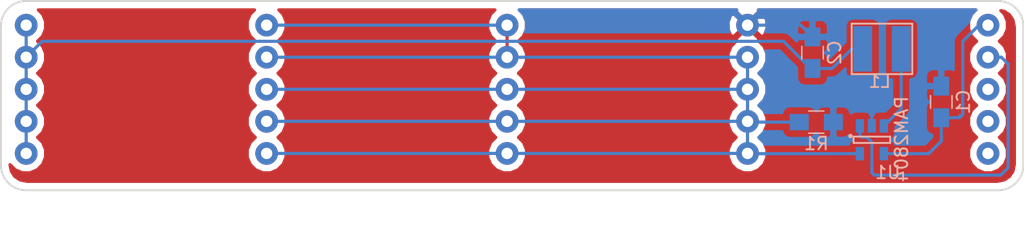
<source format=kicad_pcb>
(kicad_pcb (version 4) (host pcbnew 4.0.7+dfsg1-1)

  (general
    (links 29)
    (no_connects 0)
    (area 69.724999 99.724999 150.875001 114.875001)
    (thickness 1.6)
    (drawings 10)
    (tracks 72)
    (zones 0)
    (modules 10)
    (nets 7)
  )

  (page A4)
  (layers
    (0 F.Cu signal)
    (31 B.Cu signal)
    (32 B.Adhes user)
    (33 F.Adhes user)
    (34 B.Paste user)
    (35 F.Paste user)
    (36 B.SilkS user)
    (37 F.SilkS user)
    (38 B.Mask user)
    (39 F.Mask user)
    (40 Dwgs.User user)
    (41 Cmts.User user)
    (42 Eco1.User user)
    (43 Eco2.User user)
    (44 Edge.Cuts user)
    (45 Margin user)
    (46 B.CrtYd user)
    (47 F.CrtYd user)
    (48 B.Fab user)
    (49 F.Fab user)
  )

  (setup
    (last_trace_width 0.25)
    (trace_clearance 0.2)
    (zone_clearance 0.508)
    (zone_45_only no)
    (trace_min 0.2)
    (segment_width 0.2)
    (edge_width 0.15)
    (via_size 0.6)
    (via_drill 0.4)
    (via_min_size 0.4)
    (via_min_drill 0.3)
    (uvia_size 0.3)
    (uvia_drill 0.1)
    (uvias_allowed no)
    (uvia_min_size 0.2)
    (uvia_min_drill 0.1)
    (pcb_text_width 0.3)
    (pcb_text_size 1.5 1.5)
    (mod_edge_width 0.15)
    (mod_text_size 1 1)
    (mod_text_width 0.15)
    (pad_size 1.524 1.524)
    (pad_drill 0.762)
    (pad_to_mask_clearance 0.2)
    (aux_axis_origin 0 0)
    (grid_origin 71.8 106.8)
    (visible_elements FFFFFF7F)
    (pcbplotparams
      (layerselection 0x00030_80000001)
      (usegerberextensions false)
      (excludeedgelayer true)
      (linewidth 0.100000)
      (plotframeref false)
      (viasonmask false)
      (mode 1)
      (useauxorigin false)
      (hpglpennumber 1)
      (hpglpenspeed 20)
      (hpglpendiameter 15)
      (hpglpenoverlay 2)
      (psnegative false)
      (psa4output false)
      (plotreference true)
      (plotvalue true)
      (plotinvisibletext false)
      (padsonsilk false)
      (subtractmaskfromsilk false)
      (outputformat 1)
      (mirror false)
      (drillshape 1)
      (scaleselection 1)
      (outputdirectory ""))
  )

  (net 0 "")
  (net 1 LROW1)
  (net 2 LCOL1)
  (net 3 GND)
  (net 4 VCC)
  (net 5 GPIO2)
  (net 6 "Net-(L1-Pad1)")

  (net_class Default "This is the default net class."
    (clearance 0.2)
    (trace_width 0.25)
    (via_dia 0.6)
    (via_drill 0.4)
    (uvia_dia 0.3)
    (uvia_drill 0.1)
    (add_net GND)
    (add_net GPIO2)
    (add_net LCOL1)
    (add_net LROW1)
    (add_net "Net-(L1-Pad1)")
    (add_net VCC)
  )

  (module Footprint:Inductor_Bourn_4mmx4mm (layer B.Cu) (tedit 56EAD789) (tstamp 59F0FC4D)
    (at 139.6 103.6 180)
    (path /59F0E354)
    (fp_text reference L1 (at 0.1778 -2.5654 180) (layer B.SilkS)
      (effects (font (size 1 1) (thickness 0.15)) (justify mirror))
    )
    (fp_text value 4.7uH (at 0 2.794 180) (layer Dwgs.User)
      (effects (font (size 1 1) (thickness 0.15)))
    )
    (fp_line (start -2.4 -2) (end -2.4 2) (layer B.SilkS) (width 0.15))
    (fp_line (start 2.4 -2) (end -2.4 -2) (layer B.SilkS) (width 0.15))
    (fp_line (start 2.4 2) (end 2.4 -2) (layer B.SilkS) (width 0.15))
    (fp_line (start -2.4 2) (end 2.4 2) (layer B.SilkS) (width 0.15))
    (pad 1 smd rect (at -1.525 0 180) (size 1.5 3.6) (layers B.Cu B.Paste B.Mask)
      (net 6 "Net-(L1-Pad1)"))
    (pad 2 smd rect (at 1.525 0 180) (size 1.5 3.6) (layers B.Cu B.Paste B.Mask)
      (net 1 LROW1))
  )

  (module Footprint:SOT-23-5 (layer B.Cu) (tedit 571FCFCA) (tstamp 59F0FC65)
    (at 138.8 110.8 270)
    (descr "5-pin SOT23 package")
    (tags SOT-23-5)
    (path /59F0E2DC)
    (attr smd)
    (fp_text reference U1 (at 2.5908 -1.2573 360) (layer B.SilkS)
      (effects (font (size 1 1) (thickness 0.15)) (justify mirror))
    )
    (fp_text value PAM2804 (at -0.05 -2.35 270) (layer B.SilkS)
      (effects (font (size 1 1) (thickness 0.15)) (justify mirror))
    )
    (fp_circle (center -0.3 1.7) (end -0.2 1.7) (layer B.SilkS) (width 0.15))
    (fp_line (start 0.25 1.45) (end -0.25 1.45) (layer B.SilkS) (width 0.15))
    (fp_line (start 0.25 -1.45) (end 0.25 1.45) (layer B.SilkS) (width 0.15))
    (fp_line (start -0.25 -1.45) (end 0.25 -1.45) (layer B.SilkS) (width 0.15))
    (fp_line (start -0.25 1.45) (end -0.25 -1.45) (layer B.SilkS) (width 0.15))
    (pad 1 smd rect (at -1.1 0.95 270) (size 1.06 0.65) (layers B.Cu B.Paste B.Mask)
      (net 5 GPIO2))
    (pad 2 smd rect (at -1.1 0 270) (size 1.06 0.65) (layers B.Cu B.Paste B.Mask)
      (net 3 GND))
    (pad 3 smd rect (at -1.1 -0.95 270) (size 1.06 0.65) (layers B.Cu B.Paste B.Mask)
      (net 6 "Net-(L1-Pad1)"))
    (pad 4 smd rect (at 1.1 -0.95 270) (size 1.06 0.65) (layers B.Cu B.Paste B.Mask)
      (net 4 VCC))
    (pad 5 smd rect (at 1.1 0.95 270) (size 1.06 0.65) (layers B.Cu B.Paste B.Mask)
      (net 2 LCOL1))
    (model TO_SOT_Packages_SMD.3dshapes/SOT-23-5.wrl
      (at (xyz 0 0 0))
      (scale (xyz 1 1 1))
      (rotate (xyz 0 0 0))
    )
  )

  (module Footprint:5PIN_HEADER (layer F.Cu) (tedit 59F0F63C) (tstamp 59F10A7B)
    (at 71.8 106.8)
    (path /59F0F91D)
    (fp_text reference 5_PIN_HEADER0 (at 0 7.62) (layer F.SilkS) hide
      (effects (font (size 1 1) (thickness 0.25)))
    )
    (fp_text value 5_PIN_HEADER (at 0 -7.62) (layer F.Fab) hide
      (effects (font (size 1 1) (thickness 0.25)))
    )
    (pad 5 thru_hole circle (at 0 5.08) (size 1.8 1.8) (drill 0.9) (layers *.Cu *.Mask)
      (net 1 LROW1))
    (pad 4 thru_hole circle (at 0 2.54) (size 1.8 1.8) (drill 0.9) (layers *.Cu *.Mask)
      (net 1 LROW1))
    (pad 1 thru_hole circle (at 0 -5.08) (size 1.8 1.8) (drill 0.9) (layers *.Cu *.Mask)
      (net 1 LROW1))
    (pad 2 thru_hole circle (at 0 -2.54) (size 1.8 1.8) (drill 0.9) (layers *.Cu *.Mask)
      (net 1 LROW1))
    (pad 3 thru_hole circle (at 0 0) (size 1.8 1.8) (drill 0.9) (layers *.Cu *.Mask)
      (net 1 LROW1))
  )

  (module Footprint:5PIN_HEADER (layer F.Cu) (tedit 59F0F638) (tstamp 59F10A84)
    (at 90.85 106.8)
    (path /59F0F4BC)
    (fp_text reference 5_PIN_HEADER1 (at 0 7.62) (layer F.SilkS) hide
      (effects (font (size 1 1) (thickness 0.25)))
    )
    (fp_text value 5_PIN_HEADER (at 0 -7.62) (layer F.Fab) hide
      (effects (font (size 1 1) (thickness 0.25)))
    )
    (pad 5 thru_hole circle (at 0 5.08) (size 1.8 1.8) (drill 0.9) (layers *.Cu *.Mask)
      (net 2 LCOL1))
    (pad 4 thru_hole circle (at 0 2.54) (size 1.8 1.8) (drill 0.9) (layers *.Cu *.Mask)
      (net 2 LCOL1))
    (pad 1 thru_hole circle (at 0 -5.08) (size 1.8 1.8) (drill 0.9) (layers *.Cu *.Mask)
      (net 2 LCOL1))
    (pad 2 thru_hole circle (at 0 -2.54) (size 1.8 1.8) (drill 0.9) (layers *.Cu *.Mask)
      (net 2 LCOL1))
    (pad 3 thru_hole circle (at 0 0) (size 1.8 1.8) (drill 0.9) (layers *.Cu *.Mask)
      (net 2 LCOL1))
  )

  (module Footprint:5PIN_HEADER (layer F.Cu) (tedit 59F0F630) (tstamp 59F10A8D)
    (at 109.9 106.8)
    (path /59F0F224)
    (fp_text reference 5_PIN_HEADER2 (at 0 7.62) (layer F.SilkS) hide
      (effects (font (size 1 1) (thickness 0.25)))
    )
    (fp_text value 5_PIN_HEADER (at 0 -7.62) (layer F.Fab) hide
      (effects (font (size 1 1) (thickness 0.25)))
    )
    (pad 5 thru_hole circle (at 0 5.08) (size 1.8 1.8) (drill 0.9) (layers *.Cu *.Mask)
      (net 2 LCOL1))
    (pad 4 thru_hole circle (at 0 2.54) (size 1.8 1.8) (drill 0.9) (layers *.Cu *.Mask)
      (net 2 LCOL1))
    (pad 1 thru_hole circle (at 0 -5.08) (size 1.8 1.8) (drill 0.9) (layers *.Cu *.Mask)
      (net 2 LCOL1))
    (pad 2 thru_hole circle (at 0 -2.54) (size 1.8 1.8) (drill 0.9) (layers *.Cu *.Mask)
      (net 2 LCOL1))
    (pad 3 thru_hole circle (at 0 0) (size 1.8 1.8) (drill 0.9) (layers *.Cu *.Mask)
      (net 2 LCOL1))
  )

  (module Footprint:5PIN_HEADER (layer F.Cu) (tedit 59F0F60B) (tstamp 59F10A96)
    (at 128.95 106.8)
    (path /59F0EDCC)
    (fp_text reference 5_PIN_HEADER3 (at 0 7.62) (layer F.SilkS) hide
      (effects (font (size 1 1) (thickness 0.25)))
    )
    (fp_text value 5_PIN_HEADER (at 0 -7.62) (layer F.Fab) hide
      (effects (font (size 1 1) (thickness 0.25)))
    )
    (pad 5 thru_hole circle (at 0 5.08) (size 1.8 1.8) (drill 0.9) (layers *.Cu *.Mask)
      (net 2 LCOL1))
    (pad 4 thru_hole circle (at 0 2.54) (size 1.8 1.8) (drill 0.9) (layers *.Cu *.Mask)
      (net 2 LCOL1))
    (pad 1 thru_hole circle (at 0 -5.08) (size 1.8 1.8) (drill 0.9) (layers *.Cu *.Mask)
      (net 3 GND))
    (pad 2 thru_hole circle (at 0 -2.54) (size 1.8 1.8) (drill 0.9) (layers *.Cu *.Mask)
      (net 2 LCOL1))
    (pad 3 thru_hole circle (at 0 0) (size 1.8 1.8) (drill 0.9) (layers *.Cu *.Mask)
      (net 2 LCOL1))
  )

  (module Footprint:5PIN_HEADER (layer F.Cu) (tedit 59F0F5FC) (tstamp 59F10A9F)
    (at 148 106.8)
    (path /59F0E9FC)
    (fp_text reference 5_PIN_HEADER4 (at 0 7.62) (layer F.SilkS) hide
      (effects (font (size 1 1) (thickness 0.25)))
    )
    (fp_text value 5_PIN_HEADER (at 0 -7.62) (layer F.Fab) hide
      (effects (font (size 1 1) (thickness 0.25)))
    )
    (pad 5 thru_hole circle (at 0 5.08) (size 1.8 1.8) (drill 0.9) (layers *.Cu *.Mask))
    (pad 4 thru_hole circle (at 0 2.54) (size 1.8 1.8) (drill 0.9) (layers *.Cu *.Mask))
    (pad 1 thru_hole circle (at 0 -5.08) (size 1.8 1.8) (drill 0.9) (layers *.Cu *.Mask)
      (net 4 VCC))
    (pad 2 thru_hole circle (at 0 -2.54) (size 1.8 1.8) (drill 0.9) (layers *.Cu *.Mask)
      (net 5 GPIO2))
    (pad 3 thru_hole circle (at 0 0) (size 1.8 1.8) (drill 0.9) (layers *.Cu *.Mask))
  )

  (module Capacitors_SMD:C_0805_HandSoldering (layer B.Cu) (tedit 58AA84A8) (tstamp 59F11764)
    (at 144.3 107.8 90)
    (descr "Capacitor SMD 0805, hand soldering")
    (tags "capacitor 0805")
    (path /59F0E39F)
    (attr smd)
    (fp_text reference C1 (at 0 1.75 90) (layer B.SilkS)
      (effects (font (size 1 1) (thickness 0.15)) (justify mirror))
    )
    (fp_text value 10uF (at 0 -1.75 90) (layer B.Fab)
      (effects (font (size 1 1) (thickness 0.15)) (justify mirror))
    )
    (fp_text user %R (at 0 1.75 90) (layer B.Fab)
      (effects (font (size 1 1) (thickness 0.15)) (justify mirror))
    )
    (fp_line (start -1 -0.62) (end -1 0.62) (layer B.Fab) (width 0.1))
    (fp_line (start 1 -0.62) (end -1 -0.62) (layer B.Fab) (width 0.1))
    (fp_line (start 1 0.62) (end 1 -0.62) (layer B.Fab) (width 0.1))
    (fp_line (start -1 0.62) (end 1 0.62) (layer B.Fab) (width 0.1))
    (fp_line (start 0.5 0.85) (end -0.5 0.85) (layer B.SilkS) (width 0.12))
    (fp_line (start -0.5 -0.85) (end 0.5 -0.85) (layer B.SilkS) (width 0.12))
    (fp_line (start -2.25 0.88) (end 2.25 0.88) (layer B.CrtYd) (width 0.05))
    (fp_line (start -2.25 0.88) (end -2.25 -0.87) (layer B.CrtYd) (width 0.05))
    (fp_line (start 2.25 -0.87) (end 2.25 0.88) (layer B.CrtYd) (width 0.05))
    (fp_line (start 2.25 -0.87) (end -2.25 -0.87) (layer B.CrtYd) (width 0.05))
    (pad 1 smd rect (at -1.25 0 90) (size 1.5 1.25) (layers B.Cu B.Paste B.Mask)
      (net 4 VCC))
    (pad 2 smd rect (at 1.25 0 90) (size 1.5 1.25) (layers B.Cu B.Paste B.Mask)
      (net 3 GND))
    (model Capacitors_SMD.3dshapes/C_0805.wrl
      (at (xyz 0 0 0))
      (scale (xyz 1 1 1))
      (rotate (xyz 0 0 0))
    )
  )

  (module Capacitors_SMD:C_0805_HandSoldering (layer B.Cu) (tedit 58AA84A8) (tstamp 59F11769)
    (at 134.1 103.9 90)
    (descr "Capacitor SMD 0805, hand soldering")
    (tags "capacitor 0805")
    (path /59F0E3FF)
    (attr smd)
    (fp_text reference C2 (at 0 1.75 90) (layer B.SilkS)
      (effects (font (size 1 1) (thickness 0.15)) (justify mirror))
    )
    (fp_text value 10uF (at 0 -1.75 90) (layer B.Fab)
      (effects (font (size 1 1) (thickness 0.15)) (justify mirror))
    )
    (fp_text user %R (at 0 1.75 90) (layer B.Fab)
      (effects (font (size 1 1) (thickness 0.15)) (justify mirror))
    )
    (fp_line (start -1 -0.62) (end -1 0.62) (layer B.Fab) (width 0.1))
    (fp_line (start 1 -0.62) (end -1 -0.62) (layer B.Fab) (width 0.1))
    (fp_line (start 1 0.62) (end 1 -0.62) (layer B.Fab) (width 0.1))
    (fp_line (start -1 0.62) (end 1 0.62) (layer B.Fab) (width 0.1))
    (fp_line (start 0.5 0.85) (end -0.5 0.85) (layer B.SilkS) (width 0.12))
    (fp_line (start -0.5 -0.85) (end 0.5 -0.85) (layer B.SilkS) (width 0.12))
    (fp_line (start -2.25 0.88) (end 2.25 0.88) (layer B.CrtYd) (width 0.05))
    (fp_line (start -2.25 0.88) (end -2.25 -0.87) (layer B.CrtYd) (width 0.05))
    (fp_line (start 2.25 -0.87) (end 2.25 0.88) (layer B.CrtYd) (width 0.05))
    (fp_line (start 2.25 -0.87) (end -2.25 -0.87) (layer B.CrtYd) (width 0.05))
    (pad 1 smd rect (at -1.25 0 90) (size 1.5 1.25) (layers B.Cu B.Paste B.Mask)
      (net 1 LROW1))
    (pad 2 smd rect (at 1.25 0 90) (size 1.5 1.25) (layers B.Cu B.Paste B.Mask)
      (net 3 GND))
    (model Capacitors_SMD.3dshapes/C_0805.wrl
      (at (xyz 0 0 0))
      (scale (xyz 1 1 1))
      (rotate (xyz 0 0 0))
    )
  )

  (module Resistors_SMD:R_0805_HandSoldering (layer B.Cu) (tedit 58E0A804) (tstamp 59F1176E)
    (at 134.4 109.4)
    (descr "Resistor SMD 0805, hand soldering")
    (tags "resistor 0805")
    (path /59F0E43C)
    (attr smd)
    (fp_text reference R1 (at 0 1.7) (layer B.SilkS)
      (effects (font (size 1 1) (thickness 0.15)) (justify mirror))
    )
    (fp_text value R (at 0 -1.75) (layer B.Fab)
      (effects (font (size 1 1) (thickness 0.15)) (justify mirror))
    )
    (fp_text user %R (at 0 0) (layer B.Fab)
      (effects (font (size 0.5 0.5) (thickness 0.075)) (justify mirror))
    )
    (fp_line (start -1 -0.62) (end -1 0.62) (layer B.Fab) (width 0.1))
    (fp_line (start 1 -0.62) (end -1 -0.62) (layer B.Fab) (width 0.1))
    (fp_line (start 1 0.62) (end 1 -0.62) (layer B.Fab) (width 0.1))
    (fp_line (start -1 0.62) (end 1 0.62) (layer B.Fab) (width 0.1))
    (fp_line (start 0.6 -0.88) (end -0.6 -0.88) (layer B.SilkS) (width 0.12))
    (fp_line (start -0.6 0.88) (end 0.6 0.88) (layer B.SilkS) (width 0.12))
    (fp_line (start -2.35 0.9) (end 2.35 0.9) (layer B.CrtYd) (width 0.05))
    (fp_line (start -2.35 0.9) (end -2.35 -0.9) (layer B.CrtYd) (width 0.05))
    (fp_line (start 2.35 -0.9) (end 2.35 0.9) (layer B.CrtYd) (width 0.05))
    (fp_line (start 2.35 -0.9) (end -2.35 -0.9) (layer B.CrtYd) (width 0.05))
    (pad 1 smd rect (at -1.35 0) (size 1.5 1.3) (layers B.Cu B.Paste B.Mask)
      (net 2 LCOL1))
    (pad 2 smd rect (at 1.35 0) (size 1.5 1.3) (layers B.Cu B.Paste B.Mask)
      (net 3 GND))
    (model ${KISYS3DMOD}/Resistors_SMD.3dshapes/R_0805.wrl
      (at (xyz 0 0 0))
      (scale (xyz 1 1 1))
      (rotate (xyz 0 0 0))
    )
  )

  (gr_line (start 69.8 101.8) (end 69.8 112.8) (angle 90) (layer Edge.Cuts) (width 0.15))
  (gr_line (start 148.8 99.8) (end 71.8 99.8) (angle 90) (layer Edge.Cuts) (width 0.15))
  (gr_line (start 150.8 112.8) (end 150.8 101.8) (angle 90) (layer Edge.Cuts) (width 0.15))
  (gr_line (start 71.8 114.8) (end 148.8 114.8) (angle 90) (layer Edge.Cuts) (width 0.15))
  (gr_arc (start 71.8 112.8) (end 71.8 114.8) (angle 90) (layer Edge.Cuts) (width 0.15))
  (gr_arc (start 148.8 112.8) (end 150.8 112.8) (angle 90) (layer Edge.Cuts) (width 0.15))
  (gr_arc (start 148.8 101.8) (end 148.8 99.8) (angle 90) (layer Edge.Cuts) (width 0.15))
  (gr_arc (start 71.8 101.8) (end 69.8 101.8) (angle 90) (layer Edge.Cuts) (width 0.15))
  (dimension 19.05 (width 0.3) (layer Cmts.User)
    (gr_text "19.050 mm" (at 81.325 119.6) (layer Cmts.User)
      (effects (font (size 1.5 1.5) (thickness 0.3)))
    )
    (feature1 (pts (xy 90.85 106.8) (xy 90.85 120.95)))
    (feature2 (pts (xy 71.8 106.8) (xy 71.8 120.95)))
    (crossbar (pts (xy 71.8 118.25) (xy 90.85 118.25)))
    (arrow1a (pts (xy 90.85 118.25) (xy 89.723496 118.836421)))
    (arrow1b (pts (xy 90.85 118.25) (xy 89.723496 117.663579)))
    (arrow2a (pts (xy 71.8 118.25) (xy 72.926504 118.836421)))
    (arrow2b (pts (xy 71.8 118.25) (xy 72.926504 117.663579)))
  )
  (gr_line (start 71.8 106.8) (end 71.8 111.8) (angle 90) (layer Cmts.User) (width 0.2))

  (segment (start 138.075 103.6) (end 137.2 103.6) (width 0.25) (layer B.Cu) (net 1) (status 400000))
  (segment (start 135.65 105.15) (end 134.1 105.15) (width 0.25) (layer B.Cu) (net 1) (tstamp 59F119DB) (status 800000))
  (segment (start 137.2 103.6) (end 135.65 105.15) (width 0.25) (layer B.Cu) (net 1) (tstamp 59F119DA))
  (segment (start 134.1 105.15) (end 133.95 105.15) (width 0.25) (layer B.Cu) (net 1))
  (segment (start 133.95 105.15) (end 131.8 103) (width 0.25) (layer B.Cu) (net 1) (tstamp 59F1188F))
  (segment (start 73.06 103) (end 71.8 104.26) (width 0.25) (layer B.Cu) (net 1) (tstamp 59F11892))
  (segment (start 131.8 103) (end 73.06 103) (width 0.25) (layer B.Cu) (net 1) (tstamp 59F11890))
  (segment (start 71.8 101.72) (end 71.8 104.26) (width 0.25) (layer B.Cu) (net 1))
  (segment (start 71.8 104.26) (end 71.8 106.8) (width 0.25) (layer B.Cu) (net 1) (tstamp 59F11820))
  (segment (start 71.8 106.8) (end 71.8 109.34) (width 0.25) (layer B.Cu) (net 1) (tstamp 59F11821))
  (segment (start 71.8 109.34) (end 71.8 111.88) (width 0.25) (layer B.Cu) (net 1) (tstamp 59F11822))
  (segment (start 137.85 111.9) (end 128.97 111.9) (width 0.25) (layer B.Cu) (net 2) (status C00000))
  (segment (start 128.97 111.9) (end 128.95 111.88) (width 0.25) (layer B.Cu) (net 2) (tstamp 59F119BA) (status C00000))
  (segment (start 109.9 101.72) (end 109.9 104.26) (width 0.25) (layer F.Cu) (net 2))
  (segment (start 128.95 109.34) (end 128.95 111.88) (width 0.25) (layer B.Cu) (net 2))
  (segment (start 128.95 106.8) (end 128.95 109.34) (width 0.25) (layer B.Cu) (net 2))
  (segment (start 128.95 104.26) (end 128.95 106.8) (width 0.25) (layer B.Cu) (net 2))
  (segment (start 133.05 109.4) (end 129.01 109.4) (width 0.25) (layer B.Cu) (net 2))
  (segment (start 129.01 109.4) (end 128.95 109.34) (width 0.25) (layer B.Cu) (net 2) (tstamp 59F11872))
  (segment (start 109.9 104.26) (end 128.95 104.26) (width 0.25) (layer B.Cu) (net 2))
  (segment (start 109.9 106.8) (end 128.95 106.8) (width 0.25) (layer B.Cu) (net 2))
  (segment (start 109.9 109.34) (end 128.95 109.34) (width 0.25) (layer B.Cu) (net 2))
  (segment (start 109.9 111.88) (end 128.95 111.88) (width 0.25) (layer B.Cu) (net 2))
  (segment (start 109.9 111.88) (end 90.85 111.88) (width 0.25) (layer B.Cu) (net 2))
  (segment (start 90.85 109.34) (end 109.9 109.34) (width 0.25) (layer B.Cu) (net 2))
  (segment (start 109.9 106.8) (end 90.85 106.8) (width 0.25) (layer B.Cu) (net 2))
  (segment (start 90.85 104.26) (end 109.9 104.26) (width 0.25) (layer B.Cu) (net 2))
  (segment (start 90.85 101.72) (end 109.9 101.72) (width 0.25) (layer B.Cu) (net 2))
  (segment (start 138.8 109.7) (end 138.8 108.6) (width 0.25) (layer B.Cu) (net 3) (status 400000))
  (segment (start 139.8 107.6) (end 139.8 106) (width 0.25) (layer B.Cu) (net 3) (tstamp 59F119D3))
  (segment (start 138.8 108.6) (end 139.8 107.6) (width 0.25) (layer B.Cu) (net 3) (tstamp 59F119D2))
  (segment (start 138.3 101.1) (end 143.2 101.1) (width 0.25) (layer B.Cu) (net 3))
  (segment (start 144.3 102.2) (end 144.3 106.55) (width 0.25) (layer B.Cu) (net 3) (tstamp 59F118C7))
  (segment (start 143.2 101.1) (end 144.3 102.2) (width 0.25) (layer B.Cu) (net 3) (tstamp 59F118C6))
  (segment (start 139.8 105.8) (end 139.7 105.8) (width 0.25) (layer B.Cu) (net 3))
  (segment (start 139.7 105.8) (end 137 105.8) (width 0.25) (layer B.Cu) (net 3) (tstamp 59F1189E))
  (segment (start 135.75 107.05) (end 135.75 109.4) (width 0.25) (layer B.Cu) (net 3) (tstamp 59F1189A))
  (segment (start 137 105.8) (end 135.75 107.05) (width 0.25) (layer B.Cu) (net 3) (tstamp 59F11898))
  (segment (start 139.8 106.8) (end 139.8 106) (width 0.25) (layer B.Cu) (net 3))
  (segment (start 139.8 106) (end 139.8 105.8) (width 0.25) (layer B.Cu) (net 3) (tstamp 59F119D7))
  (segment (start 139.8 105.8) (end 139.8 101.8) (width 0.25) (layer B.Cu) (net 3) (tstamp 59F11896))
  (segment (start 139.1 101.1) (end 138.3 101.1) (width 0.25) (layer B.Cu) (net 3) (tstamp 59F11884))
  (segment (start 138.3 101.1) (end 129.57 101.1) (width 0.25) (layer B.Cu) (net 3) (tstamp 59F118C4))
  (segment (start 139.8 101.8) (end 139.1 101.1) (width 0.25) (layer B.Cu) (net 3) (tstamp 59F11883))
  (segment (start 129.57 101.1) (end 128.95 101.72) (width 0.25) (layer B.Cu) (net 3) (tstamp 59F11885))
  (segment (start 128.95 101.72) (end 133.17 101.72) (width 0.25) (layer B.Cu) (net 3))
  (segment (start 133.17 101.72) (end 134.1 102.65) (width 0.25) (layer B.Cu) (net 3) (tstamp 59F11880))
  (segment (start 148 101.72) (end 147.28 101.72) (width 0.25) (layer B.Cu) (net 4) (status C00000))
  (segment (start 147.28 101.72) (end 146 103) (width 0.25) (layer B.Cu) (net 4) (tstamp 59F119BD) (status 400000))
  (segment (start 145.8 109) (end 145.8 108.9) (width 0.25) (layer B.Cu) (net 4) (tstamp 59F119C2))
  (segment (start 146 108.8) (end 145.8 109) (width 0.25) (layer B.Cu) (net 4) (tstamp 59F119C0))
  (segment (start 146 103) (end 146 108.8) (width 0.25) (layer B.Cu) (net 4) (tstamp 59F119BE))
  (segment (start 144.3 109.05) (end 144.3 110.9) (width 0.25) (layer B.Cu) (net 4) (status 400000))
  (segment (start 143.3 111.9) (end 139.75 111.9) (width 0.25) (layer B.Cu) (net 4) (tstamp 59F119B6) (status 800000))
  (segment (start 144.3 110.9) (end 143.3 111.9) (width 0.25) (layer B.Cu) (net 4) (tstamp 59F119B4))
  (segment (start 148 101.72) (end 148.32 101.72) (width 0.25) (layer B.Cu) (net 4))
  (segment (start 145.8 108.9) (end 145.65 109.05) (width 0.25) (layer B.Cu) (net 4) (tstamp 59F119C3))
  (segment (start 145.65 109.05) (end 144.3 109.05) (width 0.25) (layer B.Cu) (net 4) (tstamp 59F118AC))
  (segment (start 144.25 109) (end 144.3 109.05) (width 0.25) (layer B.Cu) (net 4) (tstamp 59F118A3))
  (segment (start 148 104.26) (end 149.06 104.26) (width 0.25) (layer B.Cu) (net 5) (status 400000))
  (segment (start 137.85 110.45) (end 137.85 109.7) (width 0.25) (layer B.Cu) (net 5) (tstamp 59F119CF) (status 800000))
  (segment (start 138 110.6) (end 137.85 110.45) (width 0.25) (layer B.Cu) (net 5) (tstamp 59F119CE))
  (segment (start 138.4 110.6) (end 138 110.6) (width 0.25) (layer B.Cu) (net 5) (tstamp 59F119CD))
  (segment (start 138.8 111) (end 138.4 110.6) (width 0.25) (layer B.Cu) (net 5) (tstamp 59F119CC))
  (segment (start 138.8 113.4) (end 138.8 111) (width 0.25) (layer B.Cu) (net 5) (tstamp 59F119CB))
  (segment (start 139 113.6) (end 138.8 113.4) (width 0.25) (layer B.Cu) (net 5) (tstamp 59F119CA))
  (segment (start 149 113.6) (end 139 113.6) (width 0.25) (layer B.Cu) (net 5) (tstamp 59F119C9))
  (segment (start 149.6 113) (end 149 113.6) (width 0.25) (layer B.Cu) (net 5) (tstamp 59F119C8))
  (segment (start 149.6 104.8) (end 149.6 113) (width 0.25) (layer B.Cu) (net 5) (tstamp 59F119C7))
  (segment (start 149.06 104.26) (end 149.6 104.8) (width 0.25) (layer B.Cu) (net 5) (tstamp 59F119C6))
  (segment (start 141.125 103.6) (end 141.125 108.325) (width 0.25) (layer B.Cu) (net 6) (status 400000))
  (segment (start 141.125 108.325) (end 139.75 109.7) (width 0.25) (layer B.Cu) (net 6) (tstamp 59F119B0) (status 800000))

  (zone (net 3) (net_name GND) (layer F.Cu) (tstamp 59F1197B) (hatch edge 0.508)
    (connect_pads (clearance 0.508))
    (min_thickness 0.254)
    (fill yes (arc_segments 16) (thermal_gap 0.508) (thermal_bridge_width 0.508))
    (polygon
      (pts
        (xy 150.8 114.8) (xy 69.8 114.8) (xy 69.8 99.8) (xy 150.8 99.8)
      )
    )
    (filled_polygon
      (pts
        (xy 89.549449 100.849357) (xy 89.315267 101.41333) (xy 89.314735 102.023991) (xy 89.547932 102.588371) (xy 89.949182 102.990323)
        (xy 89.549449 103.389357) (xy 89.315267 103.95333) (xy 89.314735 104.563991) (xy 89.547932 105.128371) (xy 89.949182 105.530323)
        (xy 89.549449 105.929357) (xy 89.315267 106.49333) (xy 89.314735 107.103991) (xy 89.547932 107.668371) (xy 89.949182 108.070323)
        (xy 89.549449 108.469357) (xy 89.315267 109.03333) (xy 89.314735 109.643991) (xy 89.547932 110.208371) (xy 89.949182 110.610323)
        (xy 89.549449 111.009357) (xy 89.315267 111.57333) (xy 89.314735 112.183991) (xy 89.547932 112.748371) (xy 89.979357 113.180551)
        (xy 90.54333 113.414733) (xy 91.153991 113.415265) (xy 91.718371 113.182068) (xy 92.150551 112.750643) (xy 92.384733 112.18667)
        (xy 92.385265 111.576009) (xy 92.152068 111.011629) (xy 91.750818 110.609677) (xy 92.150551 110.210643) (xy 92.384733 109.64667)
        (xy 92.385265 109.036009) (xy 92.152068 108.471629) (xy 91.750818 108.069677) (xy 92.150551 107.670643) (xy 92.384733 107.10667)
        (xy 92.385265 106.496009) (xy 92.152068 105.931629) (xy 91.750818 105.529677) (xy 92.150551 105.130643) (xy 92.384733 104.56667)
        (xy 92.385265 103.956009) (xy 92.152068 103.391629) (xy 91.750818 102.989677) (xy 92.150551 102.590643) (xy 92.384733 102.02667)
        (xy 92.385265 101.416009) (xy 92.152068 100.851629) (xy 91.811036 100.51) (xy 108.9394 100.51) (xy 108.599449 100.849357)
        (xy 108.365267 101.41333) (xy 108.364735 102.023991) (xy 108.597932 102.588371) (xy 108.999182 102.990323) (xy 108.599449 103.389357)
        (xy 108.365267 103.95333) (xy 108.364735 104.563991) (xy 108.597932 105.128371) (xy 108.999182 105.530323) (xy 108.599449 105.929357)
        (xy 108.365267 106.49333) (xy 108.364735 107.103991) (xy 108.597932 107.668371) (xy 108.999182 108.070323) (xy 108.599449 108.469357)
        (xy 108.365267 109.03333) (xy 108.364735 109.643991) (xy 108.597932 110.208371) (xy 108.999182 110.610323) (xy 108.599449 111.009357)
        (xy 108.365267 111.57333) (xy 108.364735 112.183991) (xy 108.597932 112.748371) (xy 109.029357 113.180551) (xy 109.59333 113.414733)
        (xy 110.203991 113.415265) (xy 110.768371 113.182068) (xy 111.200551 112.750643) (xy 111.434733 112.18667) (xy 111.435265 111.576009)
        (xy 111.202068 111.011629) (xy 110.800818 110.609677) (xy 111.200551 110.210643) (xy 111.434733 109.64667) (xy 111.435265 109.036009)
        (xy 111.202068 108.471629) (xy 110.800818 108.069677) (xy 111.200551 107.670643) (xy 111.434733 107.10667) (xy 111.435265 106.496009)
        (xy 111.202068 105.931629) (xy 110.800818 105.529677) (xy 111.200551 105.130643) (xy 111.434733 104.56667) (xy 111.434735 104.563991)
        (xy 127.414735 104.563991) (xy 127.647932 105.128371) (xy 128.049182 105.530323) (xy 127.649449 105.929357) (xy 127.415267 106.49333)
        (xy 127.414735 107.103991) (xy 127.647932 107.668371) (xy 128.049182 108.070323) (xy 127.649449 108.469357) (xy 127.415267 109.03333)
        (xy 127.414735 109.643991) (xy 127.647932 110.208371) (xy 128.049182 110.610323) (xy 127.649449 111.009357) (xy 127.415267 111.57333)
        (xy 127.414735 112.183991) (xy 127.647932 112.748371) (xy 128.079357 113.180551) (xy 128.64333 113.414733) (xy 129.253991 113.415265)
        (xy 129.818371 113.182068) (xy 130.250551 112.750643) (xy 130.484733 112.18667) (xy 130.485265 111.576009) (xy 130.252068 111.011629)
        (xy 129.850818 110.609677) (xy 130.250551 110.210643) (xy 130.484733 109.64667) (xy 130.485265 109.036009) (xy 130.252068 108.471629)
        (xy 129.850818 108.069677) (xy 130.250551 107.670643) (xy 130.484733 107.10667) (xy 130.485265 106.496009) (xy 130.252068 105.931629)
        (xy 129.850818 105.529677) (xy 130.250551 105.130643) (xy 130.484733 104.56667) (xy 130.485265 103.956009) (xy 130.252068 103.391629)
        (xy 129.820643 102.959449) (xy 129.799806 102.950797) (xy 129.850554 102.800159) (xy 128.95 101.899605) (xy 128.049446 102.800159)
        (xy 128.100035 102.950327) (xy 128.081629 102.957932) (xy 127.649449 103.389357) (xy 127.415267 103.95333) (xy 127.414735 104.563991)
        (xy 111.434735 104.563991) (xy 111.435265 103.956009) (xy 111.202068 103.391629) (xy 110.800818 102.989677) (xy 111.200551 102.590643)
        (xy 111.434733 102.02667) (xy 111.435209 101.479336) (xy 127.403542 101.479336) (xy 127.429161 102.08946) (xy 127.613357 102.534148)
        (xy 127.869841 102.620554) (xy 128.770395 101.72) (xy 129.129605 101.72) (xy 130.030159 102.620554) (xy 130.286643 102.534148)
        (xy 130.496458 101.960664) (xy 130.470839 101.35054) (xy 130.286643 100.905852) (xy 130.030159 100.819446) (xy 129.129605 101.72)
        (xy 128.770395 101.72) (xy 127.869841 100.819446) (xy 127.613357 100.905852) (xy 127.403542 101.479336) (xy 111.435209 101.479336)
        (xy 111.435265 101.416009) (xy 111.202068 100.851629) (xy 110.861036 100.51) (xy 128.093188 100.51) (xy 128.049446 100.639841)
        (xy 128.95 101.540395) (xy 129.850554 100.639841) (xy 129.806812 100.51) (xy 147.0394 100.51) (xy 146.699449 100.849357)
        (xy 146.465267 101.41333) (xy 146.464735 102.023991) (xy 146.697932 102.588371) (xy 147.099182 102.990323) (xy 146.699449 103.389357)
        (xy 146.465267 103.95333) (xy 146.464735 104.563991) (xy 146.697932 105.128371) (xy 147.099182 105.530323) (xy 146.699449 105.929357)
        (xy 146.465267 106.49333) (xy 146.464735 107.103991) (xy 146.697932 107.668371) (xy 147.099182 108.070323) (xy 146.699449 108.469357)
        (xy 146.465267 109.03333) (xy 146.464735 109.643991) (xy 146.697932 110.208371) (xy 147.099182 110.610323) (xy 146.699449 111.009357)
        (xy 146.465267 111.57333) (xy 146.464735 112.183991) (xy 146.697932 112.748371) (xy 147.129357 113.180551) (xy 147.69333 113.414733)
        (xy 148.303991 113.415265) (xy 148.868371 113.182068) (xy 149.300551 112.750643) (xy 149.534733 112.18667) (xy 149.535265 111.576009)
        (xy 149.302068 111.011629) (xy 148.900818 110.609677) (xy 149.300551 110.210643) (xy 149.534733 109.64667) (xy 149.535265 109.036009)
        (xy 149.302068 108.471629) (xy 148.900818 108.069677) (xy 149.300551 107.670643) (xy 149.534733 107.10667) (xy 149.535265 106.496009)
        (xy 149.302068 105.931629) (xy 148.900818 105.529677) (xy 149.300551 105.130643) (xy 149.534733 104.56667) (xy 149.535265 103.956009)
        (xy 149.302068 103.391629) (xy 148.900818 102.989677) (xy 149.300551 102.590643) (xy 149.534733 102.02667) (xy 149.535265 101.416009)
        (xy 149.302068 100.851629) (xy 149.01826 100.567324) (xy 149.288338 100.621046) (xy 149.702333 100.897669) (xy 149.978953 101.31166)
        (xy 150.09 101.869931) (xy 150.09 112.730069) (xy 149.978953 113.28834) (xy 149.702333 113.702331) (xy 149.288338 113.978954)
        (xy 148.730069 114.09) (xy 71.869931 114.09) (xy 71.31166 113.978953) (xy 70.897669 113.702333) (xy 70.621046 113.288338)
        (xy 70.517549 112.768023) (xy 70.929357 113.180551) (xy 71.49333 113.414733) (xy 72.103991 113.415265) (xy 72.668371 113.182068)
        (xy 73.100551 112.750643) (xy 73.334733 112.18667) (xy 73.335265 111.576009) (xy 73.102068 111.011629) (xy 72.700818 110.609677)
        (xy 73.100551 110.210643) (xy 73.334733 109.64667) (xy 73.335265 109.036009) (xy 73.102068 108.471629) (xy 72.700818 108.069677)
        (xy 73.100551 107.670643) (xy 73.334733 107.10667) (xy 73.335265 106.496009) (xy 73.102068 105.931629) (xy 72.700818 105.529677)
        (xy 73.100551 105.130643) (xy 73.334733 104.56667) (xy 73.335265 103.956009) (xy 73.102068 103.391629) (xy 72.700818 102.989677)
        (xy 73.100551 102.590643) (xy 73.334733 102.02667) (xy 73.335265 101.416009) (xy 73.102068 100.851629) (xy 72.761036 100.51)
        (xy 89.8894 100.51)
      )
    )
  )
  (zone (net 3) (net_name GND) (layer B.Cu) (tstamp 59F1197B) (hatch edge 0.508)
    (connect_pads (clearance 0.508))
    (min_thickness 0.254)
    (fill yes (arc_segments 16) (thermal_gap 0.508) (thermal_bridge_width 0.508))
    (polygon
      (pts
        (xy 150.8 114.8) (xy 69.8 114.8) (xy 69.8 99.8) (xy 150.8 99.8)
      )
    )
    (filled_polygon
      (pts
        (xy 128.049446 100.639841) (xy 128.95 101.540395) (xy 129.850554 100.639841) (xy 129.806812 100.51) (xy 147.0394 100.51)
        (xy 146.699449 100.849357) (xy 146.465267 101.41333) (xy 146.465226 101.459972) (xy 145.462599 102.462599) (xy 145.297852 102.709161)
        (xy 145.24 103) (xy 145.24 105.243158) (xy 145.05131 105.165) (xy 144.58575 105.165) (xy 144.427 105.32375)
        (xy 144.427 106.423) (xy 144.447 106.423) (xy 144.447 106.677) (xy 144.427 106.677) (xy 144.427 106.697)
        (xy 144.173 106.697) (xy 144.173 106.677) (xy 143.19875 106.677) (xy 143.04 106.83575) (xy 143.04 107.426309)
        (xy 143.136673 107.659698) (xy 143.27791 107.800936) (xy 143.223559 107.83591) (xy 143.078569 108.04811) (xy 143.02756 108.3)
        (xy 143.02756 109.8) (xy 143.071838 110.035317) (xy 143.21091 110.251441) (xy 143.42311 110.396431) (xy 143.54 110.420102)
        (xy 143.54 110.585198) (xy 142.985198 111.14) (xy 140.679162 111.14) (xy 140.678162 111.134683) (xy 140.53909 110.918559)
        (xy 140.363768 110.798767) (xy 140.526441 110.69409) (xy 140.671431 110.48189) (xy 140.72244 110.23) (xy 140.72244 109.802362)
        (xy 141.662401 108.862401) (xy 141.827148 108.615839) (xy 141.885 108.325) (xy 141.885 106.045558) (xy 142.110317 106.003162)
        (xy 142.326441 105.86409) (xy 142.456535 105.673691) (xy 143.04 105.673691) (xy 143.04 106.26425) (xy 143.19875 106.423)
        (xy 144.173 106.423) (xy 144.173 105.32375) (xy 144.01425 105.165) (xy 143.54869 105.165) (xy 143.315301 105.261673)
        (xy 143.136673 105.440302) (xy 143.04 105.673691) (xy 142.456535 105.673691) (xy 142.471431 105.65189) (xy 142.52244 105.4)
        (xy 142.52244 101.8) (xy 142.478162 101.564683) (xy 142.33909 101.348559) (xy 142.12689 101.203569) (xy 141.875 101.15256)
        (xy 140.375 101.15256) (xy 140.139683 101.196838) (xy 139.923559 101.33591) (xy 139.778569 101.54811) (xy 139.72756 101.8)
        (xy 139.72756 105.4) (xy 139.771838 105.635317) (xy 139.91091 105.851441) (xy 140.12311 105.996431) (xy 140.365 106.045415)
        (xy 140.365 108.010198) (xy 139.852638 108.52256) (xy 139.425 108.52256) (xy 139.284914 108.548919) (xy 139.25131 108.535)
        (xy 139.08575 108.535) (xy 138.927 108.69375) (xy 138.927 108.774051) (xy 138.828569 108.91811) (xy 138.800824 109.05512)
        (xy 138.778162 108.934683) (xy 138.673 108.771257) (xy 138.673 108.69375) (xy 138.51425 108.535) (xy 138.34869 108.535)
        (xy 138.311829 108.550268) (xy 138.175 108.52256) (xy 137.525 108.52256) (xy 137.289683 108.566838) (xy 137.135 108.666374)
        (xy 137.135 108.62369) (xy 137.038327 108.390301) (xy 136.859698 108.211673) (xy 136.626309 108.115) (xy 136.03575 108.115)
        (xy 135.877 108.27375) (xy 135.877 109.273) (xy 135.897 109.273) (xy 135.897 109.527) (xy 135.877 109.527)
        (xy 135.877 110.52625) (xy 136.03575 110.685) (xy 136.626309 110.685) (xy 136.859698 110.588327) (xy 136.945671 110.502355)
        (xy 137.06091 110.681441) (xy 137.14786 110.740852) (xy 137.202646 110.822845) (xy 137.073559 110.90591) (xy 136.928569 111.11811)
        (xy 136.924136 111.14) (xy 130.30511 111.14) (xy 130.252068 111.011629) (xy 129.850818 110.609677) (xy 130.250551 110.210643)
        (xy 130.27158 110.16) (xy 131.673258 110.16) (xy 131.696838 110.285317) (xy 131.83591 110.501441) (xy 132.04811 110.646431)
        (xy 132.3 110.69744) (xy 133.8 110.69744) (xy 134.035317 110.653162) (xy 134.251441 110.51409) (xy 134.396431 110.30189)
        (xy 134.403191 110.26851) (xy 134.461673 110.409699) (xy 134.640302 110.588327) (xy 134.873691 110.685) (xy 135.46425 110.685)
        (xy 135.623 110.52625) (xy 135.623 109.527) (xy 135.603 109.527) (xy 135.603 109.273) (xy 135.623 109.273)
        (xy 135.623 108.27375) (xy 135.46425 108.115) (xy 134.873691 108.115) (xy 134.640302 108.211673) (xy 134.461673 108.390301)
        (xy 134.405346 108.526287) (xy 134.403162 108.514683) (xy 134.26409 108.298559) (xy 134.05189 108.153569) (xy 133.8 108.10256)
        (xy 132.3 108.10256) (xy 132.064683 108.146838) (xy 131.848559 108.28591) (xy 131.703569 108.49811) (xy 131.674836 108.64)
        (xy 130.321637 108.64) (xy 130.252068 108.471629) (xy 129.850818 108.069677) (xy 130.250551 107.670643) (xy 130.484733 107.10667)
        (xy 130.485265 106.496009) (xy 130.252068 105.931629) (xy 129.850818 105.529677) (xy 130.250551 105.130643) (xy 130.484733 104.56667)
        (xy 130.485265 103.956009) (xy 130.404276 103.76) (xy 131.485198 103.76) (xy 132.82756 105.102362) (xy 132.82756 105.9)
        (xy 132.871838 106.135317) (xy 133.01091 106.351441) (xy 133.22311 106.496431) (xy 133.475 106.54744) (xy 134.725 106.54744)
        (xy 134.960317 106.503162) (xy 135.176441 106.36409) (xy 135.321431 106.15189) (xy 135.370415 105.91) (xy 135.65 105.91)
        (xy 135.940839 105.852148) (xy 136.187401 105.687401) (xy 136.67756 105.197242) (xy 136.67756 105.4) (xy 136.721838 105.635317)
        (xy 136.86091 105.851441) (xy 137.07311 105.996431) (xy 137.325 106.04744) (xy 138.825 106.04744) (xy 139.060317 106.003162)
        (xy 139.276441 105.86409) (xy 139.421431 105.65189) (xy 139.47244 105.4) (xy 139.47244 101.8) (xy 139.428162 101.564683)
        (xy 139.28909 101.348559) (xy 139.07689 101.203569) (xy 138.825 101.15256) (xy 137.325 101.15256) (xy 137.089683 101.196838)
        (xy 136.873559 101.33591) (xy 136.728569 101.54811) (xy 136.67756 101.8) (xy 136.67756 103.052602) (xy 136.662599 103.062599)
        (xy 135.364959 104.360239) (xy 135.328162 104.164683) (xy 135.18909 103.948559) (xy 135.120994 103.902031) (xy 135.263327 103.759698)
        (xy 135.36 103.526309) (xy 135.36 102.93575) (xy 135.20125 102.777) (xy 134.227 102.777) (xy 134.227 102.797)
        (xy 133.973 102.797) (xy 133.973 102.777) (xy 132.99875 102.777) (xy 132.84 102.93575) (xy 132.84 102.965198)
        (xy 132.337401 102.462599) (xy 132.090839 102.297852) (xy 131.8 102.24) (xy 130.39426 102.24) (xy 130.496458 101.960664)
        (xy 130.488608 101.773691) (xy 132.84 101.773691) (xy 132.84 102.36425) (xy 132.99875 102.523) (xy 133.973 102.523)
        (xy 133.973 101.42375) (xy 134.227 101.42375) (xy 134.227 102.523) (xy 135.20125 102.523) (xy 135.36 102.36425)
        (xy 135.36 101.773691) (xy 135.263327 101.540302) (xy 135.084699 101.361673) (xy 134.85131 101.265) (xy 134.38575 101.265)
        (xy 134.227 101.42375) (xy 133.973 101.42375) (xy 133.81425 101.265) (xy 133.34869 101.265) (xy 133.115301 101.361673)
        (xy 132.936673 101.540302) (xy 132.84 101.773691) (xy 130.488608 101.773691) (xy 130.470839 101.35054) (xy 130.286643 100.905852)
        (xy 130.030159 100.819446) (xy 129.129605 101.72) (xy 129.143748 101.734143) (xy 128.964143 101.913748) (xy 128.95 101.899605)
        (xy 128.935858 101.913748) (xy 128.756253 101.734143) (xy 128.770395 101.72) (xy 127.869841 100.819446) (xy 127.613357 100.905852)
        (xy 127.403542 101.479336) (xy 127.429161 102.08946) (xy 127.491517 102.24) (xy 111.346151 102.24) (xy 111.434733 102.02667)
        (xy 111.435265 101.416009) (xy 111.202068 100.851629) (xy 110.861036 100.51) (xy 128.093188 100.51)
      )
    )
  )
)

</source>
